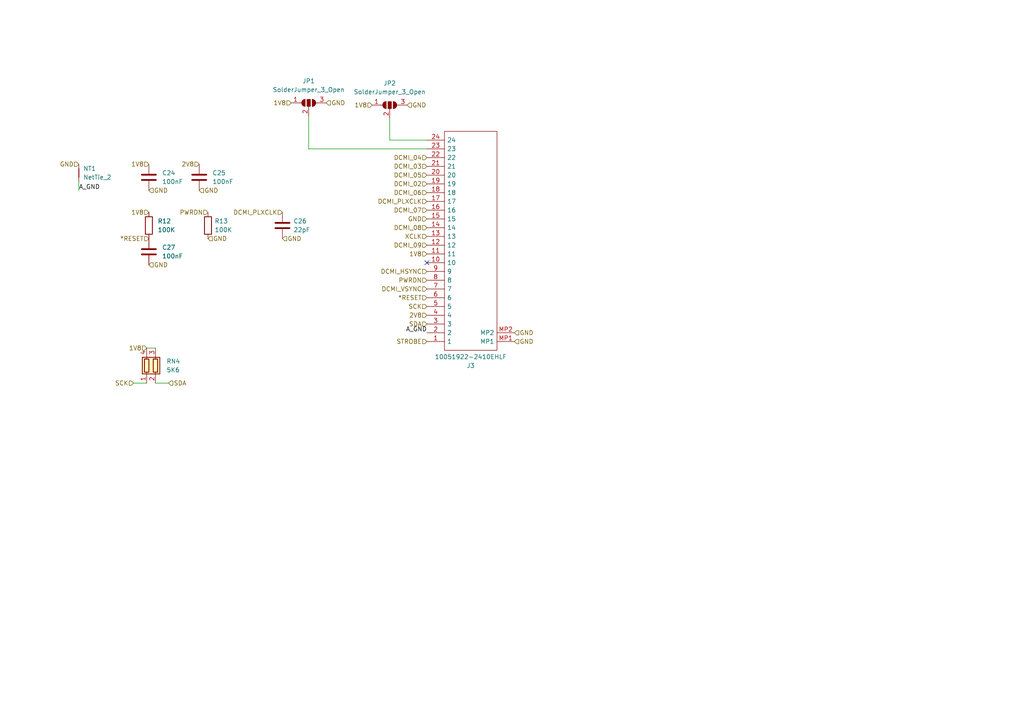
<source format=kicad_sch>
(kicad_sch (version 20250114) (generator "eeschema") (generator_version "9.0")
  (paper "A4")
  (lib_symbols
    (symbol "Common:10051922-2410EHLF" (pin_names (offset 0.762))
      (property "Reference" "J" (at 21.59 7.62 0))
      (property "Value" "10051922-2410EHLF" (at 21.59 5.08 0))
      (symbol "10051922-2410EHLF_0_0"
        (pin passive line (at 0 0 0) (length 5.08) (name "MP1") (number "MP1"))
        (pin passive line (at 0 -2.54 0) (length 5.08) (name "MP2") (number "MP2"))
        (pin passive line (at 25.4 0 180) (length 5.08) (name "1") (number "1"))
        (pin passive line (at 25.4 -2.54 180) (length 5.08) (name "2") (number "2"))
        (pin passive line (at 25.4 -5.08 180) (length 5.08) (name "3") (number "3"))
        (pin passive line (at 25.4 -7.62 180) (length 5.08) (name "4") (number "4"))
        (pin passive line (at 25.4 -10.16 180) (length 5.08) (name "5") (number "5"))
        (pin passive line (at 25.4 -12.7 180) (length 5.08) (name "6") (number "6"))
        (pin passive line (at 25.4 -15.24 180) (length 5.08) (name "7") (number "7"))
        (pin passive line (at 25.4 -17.78 180) (length 5.08) (name "8") (number "8"))
        (pin passive line (at 25.4 -20.32 180) (length 5.08) (name "9") (number "9"))
        (pin passive line (at 25.4 -22.86 180) (length 5.08) (name "10") (number "10"))
        (pin passive line (at 25.4 -25.4 180) (length 5.08) (name "11") (number "11"))
        (pin passive line (at 25.4 -27.94 180) (length 5.08) (name "12") (number "12"))
        (pin passive line (at 25.4 -30.48 180) (length 5.08) (name "13") (number "13"))
        (pin passive line (at 25.4 -33.02 180) (length 5.08) (name "14") (number "14"))
        (pin passive line (at 25.4 -35.56 180) (length 5.08) (name "15") (number "15"))
        (pin passive line (at 25.4 -38.1 180) (length 5.08) (name "16") (number "16"))
        (pin passive line (at 25.4 -40.64 180) (length 5.08) (name "17") (number "17"))
        (pin passive line (at 25.4 -43.18 180) (length 5.08) (name "18") (number "18"))
        (pin passive line (at 25.4 -45.72 180) (length 5.08) (name "19") (number "19"))
        (pin passive line (at 25.4 -48.26 180) (length 5.08) (name "20") (number "20"))
        (pin passive line (at 25.4 -50.8 180) (length 5.08) (name "21") (number "21"))
        (pin passive line (at 25.4 -53.34 180) (length 5.08) (name "22") (number "22"))
        (pin passive line (at 25.4 -55.88 180) (length 5.08) (name "23") (number "23"))
        (pin passive line (at 25.4 -58.42 180) (length 5.08) (name "24") (number "24"))
      )
      (symbol "10051922-2410EHLF_0_1"
        (polyline (pts (xy 5.08 2.54) (xy 20.32 2.54) (xy 20.32 -60.96) (xy 5.08 -60.96) (xy 5.08 2.54)) (stroke (width 0.1524)))
      )
    )
    (symbol "Device:C" (pin_numbers (hide yes)) (pin_names (offset 0.254))
      (property "Reference" "C" (at 0.635 2.54 0))
      (property "Value" "C" (at 0.635 -2.54 0))
      (symbol "C_0_1"
        (polyline (pts (xy -2.032 0.762) (xy 2.032 0.762)) (stroke (width 0.508)))
        (polyline (pts (xy -2.032 -0.762) (xy 2.032 -0.762)) (stroke (width 0.508)))
      )
      (symbol "C_1_1"
        (pin passive line (at 0 3.81 270) (length 2.794) (name "~") (number "1"))
        (pin passive line (at 0 -3.81 90) (length 2.794) (name "~") (number "2"))
      )
    )
    (symbol "Device:NetTie_2" (pin_numbers (hide yes)) (pin_names (offset 0) (hide yes)) (in_bom no)
      (property "Reference" "NT" (at 0 1.27 0))
      (property "Value" "NetTie_2" (at 0 -1.27 0))
      (symbol "NetTie_2_0_1"
        (polyline (pts (xy -1.27 0) (xy 1.27 0)) (stroke (width 0.254)))
      )
      (symbol "NetTie_2_1_1"
        (pin passive line (at -2.54 0 0) (length 2.54) (name "1") (number "1"))
        (pin passive line (at 2.54 0 180) (length 2.54) (name "2") (number "2"))
      )
    )
    (symbol "Device:R" (pin_numbers (hide yes)) (pin_names (offset 0))
      (property "Reference" "R" (at 2.032 0 90))
      (property "Value" "R" (at 0 0 90))
      (symbol "R_0_1"
        (rectangle (start -1.016 -2.54) (end 1.016 2.54) (stroke (width 0.254)))
      )
      (symbol "R_1_1"
        (pin passive line (at 0 3.81 270) (length 1.27) (name "~") (number "1"))
        (pin passive line (at 0 -3.81 90) (length 1.27) (name "~") (number "2"))
      )
    )
    (symbol "Device:R_Pack02" (pin_names (offset 0) (hide yes))
      (property "Reference" "RN" (at -5.08 0 90))
      (property "Value" "R_Pack02" (at 2.54 0 90))
      (symbol "R_Pack02_0_1"
        (rectangle (start -3.81 -2.413) (end 1.27 2.413) (stroke (width 0.254)) (fill (type background)))
        (rectangle (start -3.175 1.905) (end -1.905 -1.905) (stroke (width 0.254)))
        (polyline (pts (xy -2.54 1.905) (xy -2.54 2.54)))
        (polyline (pts (xy -2.54 -2.54) (xy -2.54 -1.905)))
        (rectangle (start -0.635 1.905) (end 0.635 -1.905) (stroke (width 0.254)))
        (polyline (pts (xy 0 1.905) (xy 0 2.54)))
        (polyline (pts (xy 0 -2.54) (xy 0 -1.905)))
      )
      (symbol "R_Pack02_1_1"
        (pin passive line (at -2.54 5.08 270) (length 2.54) (name "R1.2") (number "4"))
        (pin passive line (at -2.54 -5.08 90) (length 2.54) (name "R1.1") (number "1"))
        (pin passive line (at 0 5.08 270) (length 2.54) (name "R2.2") (number "3"))
        (pin passive line (at 0 -5.08 90) (length 2.54) (name "R2.1") (number "2"))
      )
    )
    (symbol "Jumper:SolderJumper_3_Open" (pin_names (offset 0) (hide yes)) (exclude_from_sim yes) (in_bom no)
      (property "Reference" "JP" (at -2.54 -2.54 0))
      (property "Value" "SolderJumper_3_Open" (at 0 2.794 0))
      (symbol "SolderJumper_3_Open_0_1"
        (polyline (pts (xy -2.54 0) (xy -2.032 0)))
        (polyline (pts (xy -1.016 1.016) (xy -1.016 -1.016)))
        (arc (start -1.016 -1.016) (mid -2.0276 0) (end -1.016 1.016))
        (arc (start -1.016 -1.016) (mid -2.0276 0) (end -1.016 1.016) (fill (type outline)))
        (rectangle (start -0.508 1.016) (end 0.508 -1.016) (fill (type outline)))
        (polyline (pts (xy 0 -1.27) (xy 0 -1.016)))
        (arc (start 1.016 1.016) (mid 2.0276 0) (end 1.016 -1.016))
        (arc (start 1.016 1.016) (mid 2.0276 0) (end 1.016 -1.016) (fill (type outline)))
        (polyline (pts (xy 1.016 1.016) (xy 1.016 -1.016)))
        (polyline (pts (xy 2.54 0) (xy 2.032 0)))
      )
      (symbol "SolderJumper_3_Open_1_1"
        (pin passive line (at -5.08 0 0) (length 2.54) (name "A") (number "1"))
        (pin passive line (at 0 -3.81 90) (length 2.54) (name "C") (number "2"))
        (pin passive line (at 5.08 0 180) (length 2.54) (name "B") (number "3"))
      )
    )
  )
  (no_connect (at 123.825 76.2))
  (wire (pts (xy 89.535 33.655) (xy 89.535 43.18)))
  (wire (pts (xy 89.535 43.18) (xy 123.825 43.18)))
  (wire (pts (xy 113.03 34.29) (xy 113.03 40.64)))
  (wire (pts (xy 42.545 100.965) (xy 45.085 100.965)))
  (wire (pts (xy 22.86 52.705) (xy 22.86 55.245)))
  (wire (pts (xy 48.895 111.125) (xy 45.085 111.125)))
  (wire (pts (xy 38.735 111.125) (xy 42.545 111.125)))
  (wire (pts (xy 113.03 40.64) (xy 123.825 40.64)))
  (label "A_GND" (at 22.86 55.245 0))
  (label "A_GND" (at 123.825 96.52 180))
  (hierarchical_label "GND" (shape input) (at 43.18 55.245 0))
  (hierarchical_label "PWRDN" (shape input) (at 60.325 61.595 180))
  (hierarchical_label "SDA" (shape input) (at 48.895 111.125 0))
  (hierarchical_label "DCMI_05" (shape input) (at 123.825 50.8 180))
  (hierarchical_label "GND" (shape input) (at 149.225 96.52 0))
  (hierarchical_label "GND" (shape input) (at 22.86 47.625 180))
  (hierarchical_label "GND" (shape input) (at 123.825 63.5 180))
  (hierarchical_label "SDA" (shape input) (at 123.825 93.98 180))
  (hierarchical_label "DCMI_09" (shape input) (at 123.825 71.12 180))
  (hierarchical_label "1V8" (shape input) (at 107.95 30.48 180))
  (hierarchical_label "1V8" (shape input) (at 43.18 61.595 180))
  (hierarchical_label "SCK" (shape input) (at 38.735 111.125 180))
  (hierarchical_label "1V8" (shape input) (at 123.825 73.66 180))
  (hierarchical_label "GND" (shape input) (at 57.785 55.245 0))
  (hierarchical_label "XCLK" (shape input) (at 123.825 68.58 180))
  (hierarchical_label "1V8" (shape input) (at 43.18 47.625 180))
  (hierarchical_label "1V8" (shape input) (at 84.455 29.845 180))
  (hierarchical_label "2V8" (shape input) (at 123.825 91.44 180))
  (hierarchical_label "DCMI_03" (shape input) (at 123.825 48.26 180))
  (hierarchical_label "DCMI_HSYNC" (shape input) (at 123.825 78.74 180))
  (hierarchical_label "GND" (shape input) (at 81.915 69.215 0))
  (hierarchical_label "GND" (shape input) (at 149.225 99.06 0))
  (hierarchical_label "DCMI_PLXCLK" (shape input) (at 81.915 61.595 180))
  (hierarchical_label "*RESET" (shape input) (at 123.825 86.36 180))
  (hierarchical_label "DCMI_VSYNC" (shape input) (at 123.825 83.82 180))
  (hierarchical_label "GND" (shape input) (at 94.615 29.845 0))
  (hierarchical_label "SCK" (shape input) (at 123.825 88.9 180))
  (hierarchical_label "STROBE" (shape input) (at 123.825 99.06 180))
  (hierarchical_label "GND" (shape input) (at 43.18 76.835 0))
  (hierarchical_label "GND" (shape input) (at 118.11 30.48 0))
  (hierarchical_label "PWRDN" (shape input) (at 123.825 81.28 180))
  (hierarchical_label "DCMI_PLXCLK" (shape input) (at 123.825 58.42 180))
  (hierarchical_label "DCMI_04" (shape input) (at 123.825 45.72 180))
  (hierarchical_label "DCMI_08" (shape input) (at 123.825 66.04 180))
  (hierarchical_label "2V8" (shape input) (at 57.785 47.625 180))
  (hierarchical_label "DCMI_02" (shape input) (at 123.825 53.34 180))
  (hierarchical_label "DCMI_06" (shape input) (at 123.825 55.88 180))
  (hierarchical_label "*RESET" (shape input) (at 43.18 69.215 180))
  (hierarchical_label "DCMI_07" (shape input) (at 123.825 60.96 180))
  (hierarchical_label "1V8" (shape input) (at 42.545 100.965 180))
  (hierarchical_label "GND" (shape input) (at 60.325 69.215 0))
  (symbol (lib_id "Common:10051922-2410EHLF") (at 149.225 99.06 180) (unit 1)
    (property "Reference" "J3" (at 136.525 106.045 0))
    (property "Value" "10051922-2410EHLF" (at 136.525 103.505 0))
    (property "Footprint" "Common:100519222410EHLF" (effects (hide yes)))
    (property "Datasheet" "https://cdn.amphenol-cs.com/media/wysiwyg/files/drawing/10051922.pdf" (effects (hide yes)))
    (property "Description" "0.50mm Flex Connector, VLL Series, 24 Position, Lower Side Contact, Side Entry Surface Mount ZIF Connector, Halogen-free & Lead Free Type." (effects (hide yes)))
    (property "MANUFACTURER" "Amphenol" (effects (hide yes)))
    (property "PARTREV" "10051922-2410EHLF" (effects (hide yes)))
    (instances (project "sci_board" (path "" (reference "J3") (unit 1)) (path "" (reference "J4") (unit 1)) (path "" (reference "J5") (unit 1))))
  )
  (symbol (lib_id "Device:C") (at 81.915 65.405 0) (unit 1)
    (property "Reference" "C26" (at 85.09 64.1349 0) (effects (justify left)))
    (property "Value" "22pF" (at 85.09 66.6749 0) (effects (justify left)))
    (property "Footprint" "Capacitor_SMD:C_0402_1005Metric_Pad0.74x0.62mm_HandSolder" (effects (hide yes)))
    (property "Datasheet" "https://search.murata.co.jp/Ceramy/image/img/A01X/G101/ENG/GRT1555C1E220JA02-01.pdf" (effects (hide yes)))
    (property "Description" "Unpolarized capacitor" (effects (hide yes)))
    (property "Tolerance" "5" (effects (hide yes)))
    (property "Voltage" "25" (effects (hide yes)))
    (property "MANUFACTURER" "Murata" (effects (hide yes)))
    (property "PARTREV" "GRT1555C1E220JA02J" (effects (hide yes)))
    (property "Temperture Coefficient" "C0G/NP0" (effects (hide yes)))
    (instances (project "sci_board" (path "" (reference "C26") (unit 1)) (path "" (reference "C30") (unit 1)) (path "" (reference "C34") (unit 1))))
  )
  (symbol (lib_id "Device:C") (at 43.18 73.025 0) (unit 1)
    (property "Reference" "C27" (at 46.99 71.7549 0) (effects (justify left)))
    (property "Value" "100nF" (at 46.99 74.2949 0) (effects (justify left)))
    (property "Footprint" "Capacitor_SMD:C_0402_1005Metric_Pad0.74x0.62mm_HandSolder" (effects (hide yes)))
    (property "Datasheet" "https://search.murata.co.jp/Ceramy/image/img/A01X/G101/ENG/GRM155R61E104KA87-01.pdf" (effects (hide yes)))
    (property "Description" "Unpolarized capacitor" (effects (hide yes)))
    (property "Tolerance" "10" (effects (hide yes)))
    (property "Voltage" "25" (effects (hide yes)))
    (property "MANUFACTURER" "Murata" (effects (hide yes)))
    (property "PARTREV" "GRM155R61E104KA87D" (effects (hide yes)))
    (property "Temperture Coefficient" "X5R" (effects (hide yes)))
    (instances (project "sci_board" (path "" (reference "C27") (unit 1)) (path "" (reference "C31") (unit 1)) (path "" (reference "C35") (unit 1))))
  )
  (symbol (lib_id "Device:C") (at 57.785 51.435 0) (unit 1)
    (property "Reference" "C25" (at 61.595 50.1649 0) (effects (justify left)))
    (property "Value" "100nF" (at 61.595 52.7049 0) (effects (justify left)))
    (property "Footprint" "Capacitor_SMD:C_0402_1005Metric_Pad0.74x0.62mm_HandSolder" (effects (hide yes)))
    (property "Datasheet" "https://search.murata.co.jp/Ceramy/image/img/A01X/G101/ENG/GRM155R61E104KA87-01.pdf" (effects (hide yes)))
    (property "Description" "Unpolarized capacitor" (effects (hide yes)))
    (property "Tolerance" "10" (effects (hide yes)))
    (property "Voltage" "25" (effects (hide yes)))
    (property "MANUFACTURER" "Murata" (effects (hide yes)))
    (property "PARTREV" "GRM155R61E104KA87D" (effects (hide yes)))
    (property "Temperture Coefficient" "X5R" (effects (hide yes)))
    (instances (project "sci_board" (path "" (reference "C25") (unit 1)) (path "" (reference "C29") (unit 1)) (path "" (reference "C33") (unit 1))))
  )
  (symbol (lib_id "Jumper:SolderJumper_3_Open") (at 89.535 29.845 0) (unit 1) (in_bom no)
    (property "Reference" "JP1" (at 89.535 23.495 0))
    (property "Value" "SolderJumper_3_Open" (at 89.535 26.035 0))
    (property "Footprint" "Jumper:SolderJumper-3_P2.0mm_Open_TrianglePad1.0x1.5mm" (effects (hide yes)))
    (property "Description" "Solder Jumper, 3-pole, open" (effects (hide yes)))
    (instances (project "sci_board" (path "" (reference "JP1") (unit 1)) (path "" (reference "JP3") (unit 1)) (path "" (reference "JP5") (unit 1))))
  )
  (symbol (lib_id "Device:R_Pack02") (at 45.085 106.045 0) (unit 1)
    (property "Reference" "RN4" (at 48.26 104.7749 0) (effects (justify left)))
    (property "Value" "5K6" (at 48.26 107.3149 0) (effects (justify left)))
    (property "Footprint" "Resistor_SMD:R_Array_Convex_2x0402" (effects (hide yes)))
    (property "Description" "2 resistor network, parallel topology" (effects (hide yes)))
    (instances (project "" (path "" (reference "RN4") (unit 1)) (path "" (reference "RN5") (unit 1)) (path "" (reference "RN6") (unit 1))))
  )
  (symbol (lib_id "Device:NetTie_2") (at 22.86 50.165 90) (unit 1) (in_bom no)
    (property "Reference" "NT1" (at 24.13 48.8949 90) (effects (justify right)))
    (property "Value" "NetTie_2" (at 24.13 51.4349 90) (effects (justify right)))
    (property "Footprint" "Common:NetTie-2_SMD_Pad0.3mm" (effects (hide yes)))
    (property "Description" "Net tie, 2 pins" (effects (hide yes)))
    (instances (project "" (path "" (reference "NT1") (unit 1)) (path "" (reference "NT2") (unit 1)) (path "" (reference "NT3") (unit 1))))
  )
  (symbol (lib_id "Device:R") (at 43.18 65.405 0) (unit 1)
    (property "Reference" "R12" (at 45.72 64.1349 0) (effects (justify left)))
    (property "Value" "100K" (at 45.72 66.6749 0) (effects (justify left)))
    (property "Footprint" "Resistor_SMD:R_0402_1005Metric_Pad0.72x0.64mm_HandSolder" (effects (hide yes)))
    (property "Datasheet" "https://www.yageo.com/upload/media/product/products/datasheet/rchip/PYu-RC_Group_51_RoHS_L_12.pdf" (effects (hide yes)))
    (property "Description" "Resistor" (effects (hide yes)))
    (property "Note" "pullup/pulldown" (effects (hide yes)))
    (property "Tolerance" "1" (effects (hide yes)))
    (property "MANUFACTURER" "YAGEO" (effects (hide yes)))
    (property "PARTREV" "RC0402FR-07100KL" (effects (hide yes)))
    (instances (project "sci_board" (path "" (reference "R12") (unit 1)) (path "" (reference "R14") (unit 1)) (path "" (reference "R16") (unit 1))))
  )
  (symbol (lib_id "Device:R") (at 60.325 65.405 0) (unit 1)
    (property "Reference" "R13" (at 62.23 64.1349 0) (effects (justify left)))
    (property "Value" "100K" (at 62.23 66.6749 0) (effects (justify left)))
    (property "Footprint" "Resistor_SMD:R_0402_1005Metric_Pad0.72x0.64mm_HandSolder" (effects (hide yes)))
    (property "Datasheet" "https://www.yageo.com/upload/media/product/products/datasheet/rchip/PYu-RC_Group_51_RoHS_L_12.pdf" (effects (hide yes)))
    (property "Description" "Resistor" (effects (hide yes)))
    (property "Note" "pullup/pulldown" (effects (hide yes)))
    (property "Tolerance" "1" (effects (hide yes)))
    (property "MANUFACTURER" "YAGEO" (effects (hide yes)))
    (property "PARTREV" "RC0402FR-07100KL" (effects (hide yes)))
    (instances (project "sci_board" (path "" (reference "R13") (unit 1)) (path "" (reference "R15") (unit 1)) (path "" (reference "R17") (unit 1))))
  )
  (symbol (lib_id "Jumper:SolderJumper_3_Open") (at 113.03 30.48 0) (unit 1) (in_bom no)
    (property "Reference" "JP2" (at 113.03 24.13 0))
    (property "Value" "SolderJumper_3_Open" (at 113.03 26.67 0))
    (property "Footprint" "Jumper:SolderJumper-3_P2.0mm_Open_TrianglePad1.0x1.5mm" (effects (hide yes)))
    (property "Description" "Solder Jumper, 3-pole, open" (effects (hide yes)))
    (instances (project "" (path "" (reference "JP2") (unit 1)) (path "" (reference "JP4") (unit 1)) (path "" (reference "JP6") (unit 1))))
  )
  (symbol (lib_id "Device:C") (at 43.18 51.435 0) (unit 1)
    (property "Reference" "C24" (at 46.99 50.1649 0) (effects (justify left)))
    (property "Value" "100nF" (at 46.99 52.7049 0) (effects (justify left)))
    (property "Footprint" "Capacitor_SMD:C_0402_1005Metric_Pad0.74x0.62mm_HandSolder" (effects (hide yes)))
    (property "Datasheet" "https://search.murata.co.jp/Ceramy/image/img/A01X/G101/ENG/GRM155R61E104KA87-01.pdf" (effects (hide yes)))
    (property "Description" "Unpolarized capacitor" (effects (hide yes)))
    (property "Tolerance" "10" (effects (hide yes)))
    (property "Voltage" "25" (effects (hide yes)))
    (property "MANUFACTURER" "Murata" (effects (hide yes)))
    (property "PARTREV" "GRM155R61E104KA87D" (effects (hide yes)))
    (property "Temperture Coefficient" "X5R" (effects (hide yes)))
    (instances (project "sci_board" (path "" (reference "C24") (unit 1)) (path "" (reference "C28") (unit 1)) (path "" (reference "C32") (unit 1))))
  )
)
</source>
